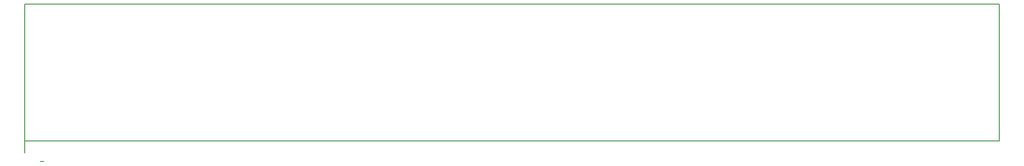
<source format=gbr>
G04 #@! TF.FileFunction,Profile,NP*
%FSLAX46Y46*%
G04 Gerber Fmt 4.6, Leading zero omitted, Abs format (unit mm)*
G04 Created by KiCad (PCBNEW 4.0.7) date 02/08/18 16:12:07*
%MOMM*%
%LPD*%
G01*
G04 APERTURE LIST*
%ADD10C,0.100000*%
%ADD11C,0.150000*%
G04 APERTURE END LIST*
D10*
D11*
X356539800Y-80010000D02*
X356539800Y-54610000D01*
X176199800Y-80010000D02*
X176276000Y-80010000D01*
X176199800Y-54610000D02*
X176199800Y-80010000D01*
X176199800Y-54610000D02*
X176199800Y-54584600D01*
X356539800Y-54610000D02*
X176199800Y-54610000D01*
X176225200Y-80010000D02*
X356539800Y-80010000D01*
X179070000Y-83820000D02*
X179705000Y-83820000D01*
X176212500Y-82169000D02*
X176212500Y-78105000D01*
X176212500Y-62230000D02*
X176212500Y-57150000D01*
X176212500Y-72390000D02*
X176212500Y-78105000D01*
X176212500Y-62230000D02*
X176212500Y-72390000D01*
M02*

</source>
